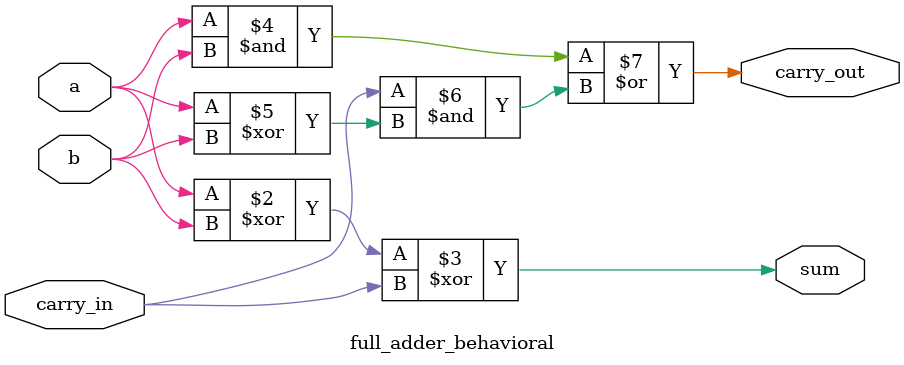
<source format=v>
module full_adder_behavioral (
    input a,
    input b,
    input carry_in,
    output reg sum,
    output reg carry_out);

    always @(a or b or carry_in) begin
        sum = a ^ b ^ carry_in;
        carry_out = (a & b) | (carry_in & ( a ^ b));
    end
    
endmodule
</source>
